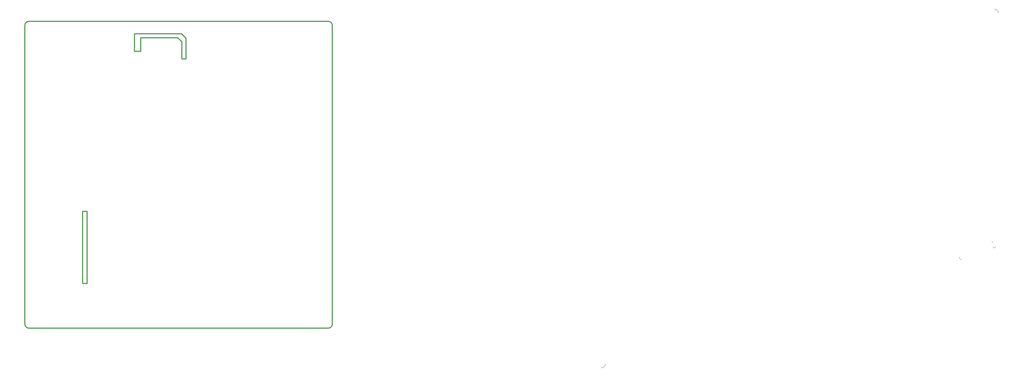
<source format=gm1>
G04*
G04 #@! TF.GenerationSoftware,Altium Limited,Altium Designer,23.10.1 (27)*
G04*
G04 Layer_Color=16711935*
%FSLAX25Y25*%
%MOIN*%
G70*
G04*
G04 #@! TF.SameCoordinates,11ED35D2-EC07-4038-AA85-49FD2C925FBF*
G04*
G04*
G04 #@! TF.FilePolarity,Positive*
G04*
G01*
G75*
%ADD11C,0.00500*%
%ADD28C,0.02000*%
D11*
X1862526Y606026D02*
G03*
X1854652Y613900I-7874J0D01*
G01*
X1099452Y-76376D02*
G03*
X1107326Y-68502I0J7874D01*
G01*
X1788344Y136918D02*
G03*
X1788026Y133700I1450J-1768D01*
G01*
X1788967Y132776D02*
G03*
X1792184Y132458I1768J1450D01*
G01*
X1852126Y156500D02*
G03*
X1854426Y154500I2150J150D01*
G01*
X1854926Y154500D02*
G03*
X1856926Y156800I-150J2150D01*
G01*
X1852126Y164600D02*
G03*
X1849826Y166600I-2150J-150D01*
G01*
D28*
X0Y590551D02*
G03*
X-7874Y582677I0J-7874D01*
G01*
X582677D02*
G03*
X574803Y590551I-7874J0D01*
G01*
Y0D02*
G03*
X582677Y7874I0J7874D01*
G01*
X-7874D02*
G03*
X0Y0I7874J0D01*
G01*
Y590551D02*
X574803D01*
X102900Y86000D02*
X111600D01*
X102900D02*
Y224900D01*
X111600D01*
Y86000D02*
Y224900D01*
X285700Y558900D02*
X293500Y551100D01*
X214700Y558900D02*
X285700D01*
X293500Y518100D02*
Y551100D01*
Y518100D02*
X301700D01*
X202600Y566600D02*
X214100D01*
X202600Y532900D02*
Y566600D01*
Y532900D02*
X214700D01*
Y558900D01*
X301700Y518100D02*
Y557800D01*
X292900Y566600D02*
X301700Y557800D01*
X214100Y566600D02*
X292900D01*
X582677Y7874D02*
Y582677D01*
X0Y0D02*
X574803D01*
X-7874Y7874D02*
X-7874Y582677D01*
M02*

</source>
